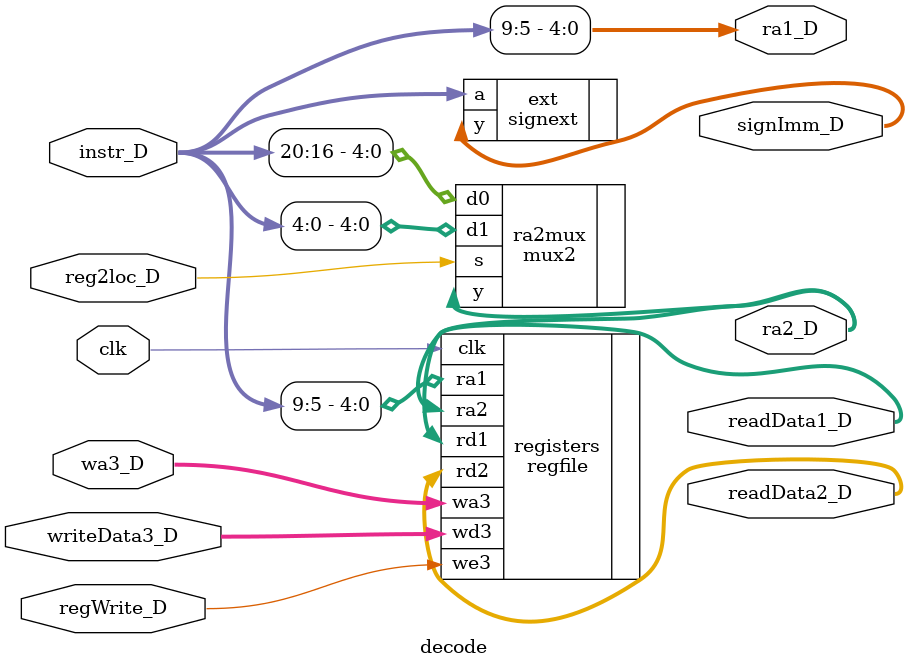
<source format=sv>

module decode
    #(parameter N = 64) (
    input  logic         regWrite_D, reg2loc_D, clk,
    input  logic [N-1:0] writeData3_D,
    input  logic [31:0]  instr_D,
    output logic [N-1:0] signImm_D, readData1_D, readData2_D, 
    input  logic [4:0]   wa3_D, // Eliminar para single cycle processor
    output logic [4:0]   ra1_D, ra2_D
); 

    assign ra1_D = instr_D[9:5];
    
    mux2 #(5) ra2mux(
        .d0(instr_D[20:16]),
        .d1(instr_D[4:0]),
        .s(reg2loc_D),
        .y(ra2_D)
    );
    
    regfile registers(
        .clk(clk),
        .we3(regWrite_D),
        .ra1(ra1_D),
        .ra2(ra2_D),
        .wa3(wa3_D),           // En single cycle processor: .wa3(instr_D[4:0])
        .wd3(writeData3_D),
        .rd1(readData1_D),
        .rd2(readData2_D)
    );
                             
    signext ext(
        .a(instr_D),
        .y(signImm_D)
    );
    
endmodule

</source>
